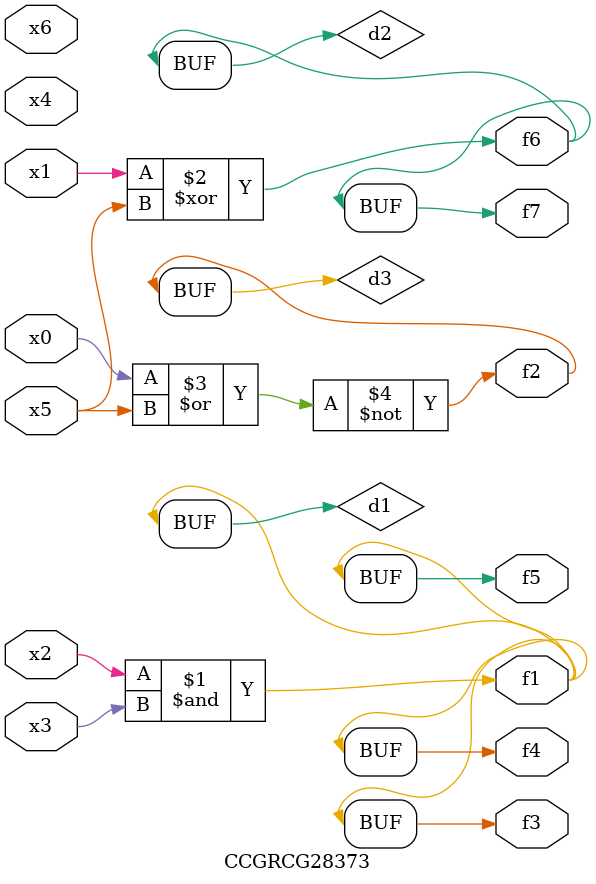
<source format=v>
module CCGRCG28373(
	input x0, x1, x2, x3, x4, x5, x6,
	output f1, f2, f3, f4, f5, f6, f7
);

	wire d1, d2, d3;

	and (d1, x2, x3);
	xor (d2, x1, x5);
	nor (d3, x0, x5);
	assign f1 = d1;
	assign f2 = d3;
	assign f3 = d1;
	assign f4 = d1;
	assign f5 = d1;
	assign f6 = d2;
	assign f7 = d2;
endmodule

</source>
